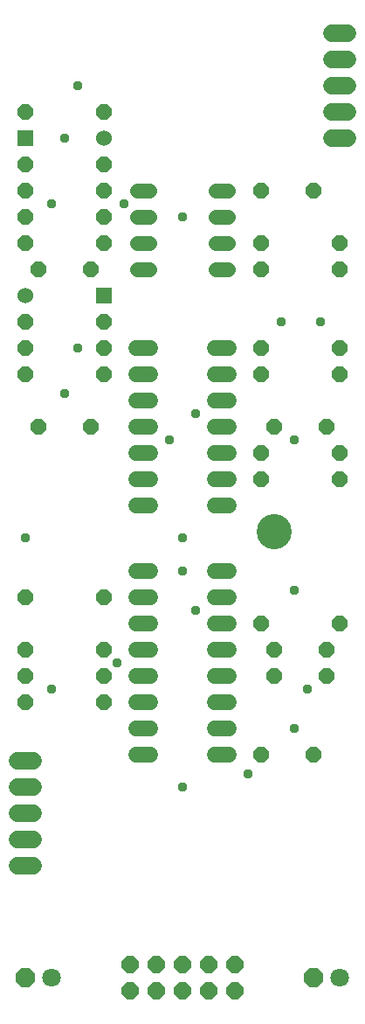
<source format=gbr>
G04 EAGLE Gerber RS-274X export*
G75*
%MOMM*%
%FSLAX34Y34*%
%LPD*%
%INSoldermask Bottom*%
%IPPOS*%
%AMOC8*
5,1,8,0,0,1.08239X$1,22.5*%
G01*
%ADD10C,3.403600*%
%ADD11P,1.649562X8X22.500000*%
%ADD12P,1.649562X8X202.500000*%
%ADD13P,1.951982X8X202.500000*%
%ADD14C,1.803400*%
%ADD15C,1.524000*%
%ADD16R,1.524000X1.524000*%
%ADD17C,1.524000*%
%ADD18C,1.411200*%
%ADD19P,1.759533X8X22.500000*%
%ADD20C,1.727200*%
%ADD21C,0.959600*%


D10*
X266700Y482600D03*
D11*
X266700Y368300D03*
X317500Y368300D03*
X266700Y342900D03*
X317500Y342900D03*
D12*
X304800Y266700D03*
X254000Y266700D03*
X317500Y584200D03*
X266700Y584200D03*
D11*
X38100Y736600D03*
X88900Y736600D03*
D12*
X304800Y812800D03*
X254000Y812800D03*
D13*
X304800Y50800D03*
D14*
X330200Y50800D03*
D13*
X25400Y50800D03*
D14*
X50800Y50800D03*
D11*
X38100Y584200D03*
X88900Y584200D03*
D15*
X101600Y863600D03*
D16*
X25400Y863600D03*
D15*
X25400Y711200D03*
D16*
X101600Y711200D03*
D17*
X209296Y266700D02*
X222504Y266700D01*
X222504Y292100D02*
X209296Y292100D01*
X209296Y317500D02*
X222504Y317500D01*
X222504Y342900D02*
X209296Y342900D01*
X209296Y368300D02*
X222504Y368300D01*
X222504Y393700D02*
X209296Y393700D01*
X209296Y419100D02*
X222504Y419100D01*
X222504Y444500D02*
X209296Y444500D01*
X146304Y444500D02*
X133096Y444500D01*
X133096Y419100D02*
X146304Y419100D01*
X146304Y393700D02*
X133096Y393700D01*
X133096Y368300D02*
X146304Y368300D01*
X146304Y342900D02*
X133096Y342900D01*
X133096Y317500D02*
X146304Y317500D01*
X146304Y292100D02*
X133096Y292100D01*
X133096Y266700D02*
X146304Y266700D01*
X209296Y508000D02*
X222504Y508000D01*
X222504Y533400D02*
X209296Y533400D01*
X209296Y660400D02*
X222504Y660400D01*
X146304Y660400D02*
X133096Y660400D01*
X209296Y558800D02*
X222504Y558800D01*
X222504Y584200D02*
X209296Y584200D01*
X209296Y635000D02*
X222504Y635000D01*
X222504Y609600D02*
X209296Y609600D01*
X146304Y635000D02*
X133096Y635000D01*
X133096Y609600D02*
X146304Y609600D01*
X146304Y584200D02*
X133096Y584200D01*
X133096Y558800D02*
X146304Y558800D01*
X146304Y533400D02*
X133096Y533400D01*
X133096Y508000D02*
X146304Y508000D01*
D18*
X209860Y736600D02*
X221940Y736600D01*
X221940Y762000D02*
X209860Y762000D01*
X209860Y787400D02*
X221940Y787400D01*
X221940Y812800D02*
X209860Y812800D01*
X145740Y812800D02*
X133660Y812800D01*
X133660Y787400D02*
X145740Y787400D01*
X145740Y762000D02*
X133660Y762000D01*
X133660Y736600D02*
X145740Y736600D01*
D19*
X127000Y38100D03*
X127000Y63500D03*
X152400Y38100D03*
X152400Y63500D03*
X177800Y38100D03*
X177800Y63500D03*
X203200Y38100D03*
X203200Y63500D03*
X228600Y38100D03*
X228600Y63500D03*
D11*
X254000Y393700D03*
X330200Y393700D03*
D12*
X330200Y533400D03*
X254000Y533400D03*
X330200Y558800D03*
X254000Y558800D03*
X101600Y317500D03*
X25400Y317500D03*
D11*
X25400Y635000D03*
X101600Y635000D03*
D12*
X101600Y368300D03*
X25400Y368300D03*
X330200Y635000D03*
X254000Y635000D03*
X330200Y660400D03*
X254000Y660400D03*
X101600Y342900D03*
X25400Y342900D03*
X330200Y762000D03*
X254000Y762000D03*
D11*
X25400Y838200D03*
X101600Y838200D03*
D12*
X101600Y889000D03*
X25400Y889000D03*
X101600Y812800D03*
X25400Y812800D03*
D11*
X25400Y762000D03*
X101600Y762000D03*
X25400Y685800D03*
X101600Y685800D03*
D12*
X101600Y787400D03*
X25400Y787400D03*
X101600Y660400D03*
X25400Y660400D03*
X101600Y419100D03*
X25400Y419100D03*
X330200Y736600D03*
X254000Y736600D03*
D20*
X322580Y965200D02*
X337820Y965200D01*
X337820Y939800D02*
X322580Y939800D01*
X322580Y914400D02*
X337820Y914400D01*
X337820Y889000D02*
X322580Y889000D01*
X322580Y863600D02*
X337820Y863600D01*
X33020Y158750D02*
X17780Y158750D01*
X17780Y184150D02*
X33020Y184150D01*
X33020Y209550D02*
X17780Y209550D01*
X17780Y234950D02*
X33020Y234950D01*
X33020Y260350D02*
X17780Y260350D01*
D21*
X165100Y571500D03*
X190500Y406400D03*
X190500Y596900D03*
X177800Y444500D03*
X177800Y234950D03*
X76200Y660400D03*
X76200Y914400D03*
X273050Y685800D03*
X311150Y685800D03*
X50800Y330200D03*
X177800Y476250D03*
X25400Y476250D03*
X177800Y787400D03*
X241300Y247650D03*
X285750Y292100D03*
X285750Y425450D03*
X298450Y330200D03*
X63500Y615950D03*
X114300Y355600D03*
X63500Y863600D03*
X120650Y800100D03*
X50800Y800100D03*
X285750Y571500D03*
M02*

</source>
